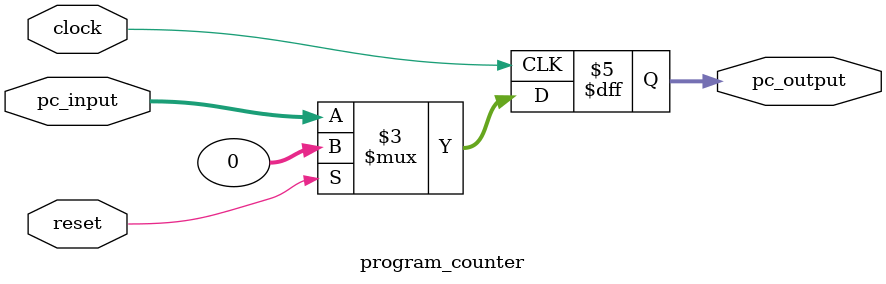
<source format=v>
`timescale 1ns / 1ps

module program_counter(
	input [31:0] pc_input,
	input clock,
	input reset,
	output reg [31:0] pc_output
   );
	
	always @(posedge clock)
		begin
		if(reset)
			pc_output = 0;
		else
			pc_output = pc_input;
		end


endmodule

</source>
